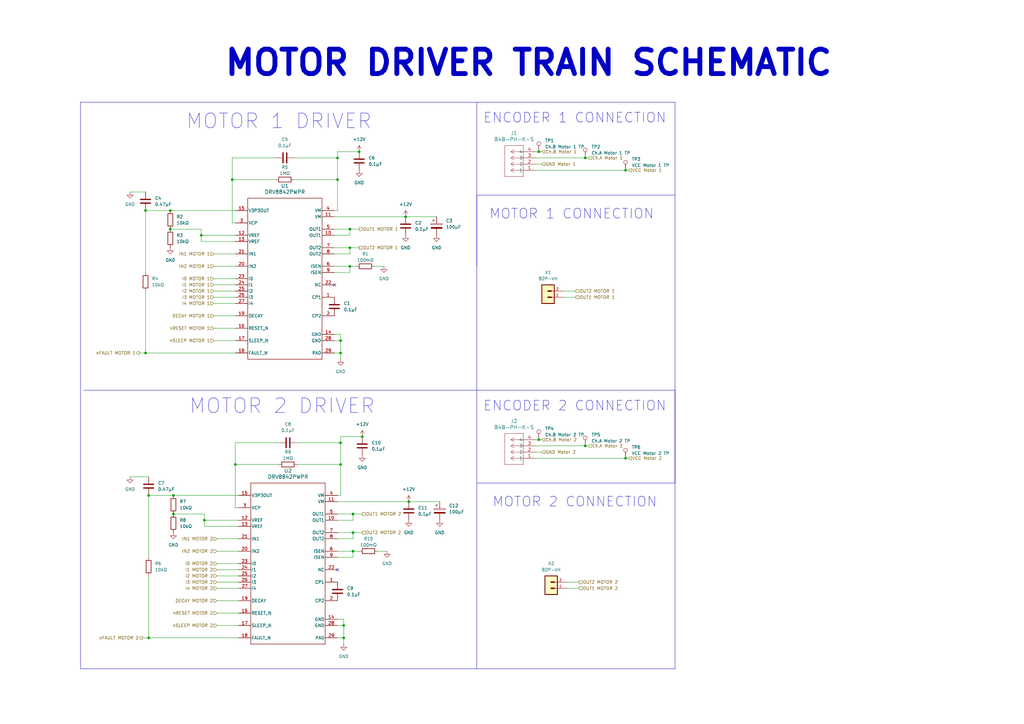
<source format=kicad_sch>
(kicad_sch (version 20230121) (generator eeschema)
  (paper "A3")
  (title_block (title "Motor Drive Train Schematic") (date "2024-01-30"))
  (lib_symbols
    (symbol "B2P-VH:B2P-VH" (pin_names (offset 1.016))
      (property "Reference" "X" (at -1.27 3.302 0))
      (property "Value" "B2P-VH" (at -1.27 -7.62 0))
      (symbol "B2P-VH_0_0"
        (rectangle (start -1.27 -5.08) (end 3.81 2.54) (stroke (width 0.4064)) (fill (type background)))
        (polyline (pts (xy 1.27 -2.54) (xy 2.54 -2.54)) (stroke (width 0.6096)))
        (polyline (pts (xy 1.27 0) (xy 2.54 0)) (stroke (width 0.6096)))
        (pin passive line (at 7.62 -2.54 180) (length 5.08) (name "~") (number "1"))
        (pin passive line (at 7.62 0 180) (length 5.08) (name "~") (number "2"))
      )
    )
    (symbol "B4B_PH_K_S:B4B-PH-K-S" (pin_names (offset 0.254))
      (property "Reference" "J" (at 8.89 6.35 0))
      (property "Value" "B4B-PH-K-S" (at 0 0 0))
      (symbol "B4B-PH-K-S_1_1"
        (polyline (pts (xy 5.08 -10.16) (xy 12.7 -10.16)) (stroke (width 0.127)))
        (polyline (pts (xy 5.08 2.54) (xy 5.08 -10.16)) (stroke (width 0.127)))
        (polyline (pts (xy 10.16 -7.62) (xy 5.08 -7.62)) (stroke (width 0.127)))
        (polyline (pts (xy 10.16 -7.62) (xy 8.89 -8.4667)) (stroke (width 0.127)))
        (polyline (pts (xy 10.16 -7.62) (xy 8.89 -6.7733)) (stroke (width 0.127)))
        (polyline (pts (xy 10.16 -5.08) (xy 5.08 -5.08)) (stroke (width 0.127)))
        (polyline (pts (xy 10.16 -5.08) (xy 8.89 -5.9267)) (stroke (width 0.127)))
        (polyline (pts (xy 10.16 -5.08) (xy 8.89 -4.2333)) (stroke (width 0.127)))
        (polyline (pts (xy 10.16 -2.54) (xy 5.08 -2.54)) (stroke (width 0.127)))
        (polyline (pts (xy 10.16 -2.54) (xy 8.89 -3.3867)) (stroke (width 0.127)))
        (polyline (pts (xy 10.16 -2.54) (xy 8.89 -1.6933)) (stroke (width 0.127)))
        (polyline (pts (xy 10.16 0) (xy 5.08 0)) (stroke (width 0.127)))
        (polyline (pts (xy 10.16 0) (xy 8.89 -0.8467)) (stroke (width 0.127)))
        (polyline (pts (xy 10.16 0) (xy 8.89 0.8467)) (stroke (width 0.127)))
        (polyline (pts (xy 12.7 -10.16) (xy 12.7 2.54)) (stroke (width 0.127)))
        (polyline (pts (xy 12.7 2.54) (xy 5.08 2.54)) (stroke (width 0.127)))
        (pin unspecified line (at 0 0 0) (length 5.08) (name "1") (number "1"))
        (pin unspecified line (at 0 -2.54 0) (length 5.08) (name "2") (number "2"))
        (pin unspecified line (at 0 -5.08 0) (length 5.08) (name "3") (number "3"))
        (pin unspecified line (at 0 -7.62 0) (length 5.08) (name "4") (number "4"))
      )
      (symbol "B4B-PH-K-S_1_2"
        (polyline (pts (xy 5.08 -10.16) (xy 12.7 -10.16)) (stroke (width 0.127)))
        (polyline (pts (xy 5.08 2.54) (xy 5.08 -10.16)) (stroke (width 0.127)))
        (polyline (pts (xy 7.62 -7.62) (xy 5.08 -7.62)) (stroke (width 0.127)))
        (polyline (pts (xy 7.62 -7.62) (xy 8.89 -8.4667)) (stroke (width 0.127)))
        (polyline (pts (xy 7.62 -7.62) (xy 8.89 -6.7733)) (stroke (width 0.127)))
        (polyline (pts (xy 7.62 -5.08) (xy 5.08 -5.08)) (stroke (width 0.127)))
        (polyline (pts (xy 7.62 -5.08) (xy 8.89 -5.9267)) (stroke (width 0.127)))
        (polyline (pts (xy 7.62 -5.08) (xy 8.89 -4.2333)) (stroke (width 0.127)))
        (polyline (pts (xy 7.62 -2.54) (xy 5.08 -2.54)) (stroke (width 0.127)))
        (polyline (pts (xy 7.62 -2.54) (xy 8.89 -3.3867)) (stroke (width 0.127)))
        (polyline (pts (xy 7.62 -2.54) (xy 8.89 -1.6933)) (stroke (width 0.127)))
        (polyline (pts (xy 7.62 0) (xy 5.08 0)) (stroke (width 0.127)))
        (polyline (pts (xy 7.62 0) (xy 8.89 -0.8467)) (stroke (width 0.127)))
        (polyline (pts (xy 7.62 0) (xy 8.89 0.8467)) (stroke (width 0.127)))
        (polyline (pts (xy 12.7 -10.16) (xy 12.7 2.54)) (stroke (width 0.127)))
        (polyline (pts (xy 12.7 2.54) (xy 5.08 2.54)) (stroke (width 0.127)))
        (pin unspecified line (at 0 0 0) (length 5.08) (name "1") (number "1"))
        (pin unspecified line (at 0 -2.54 0) (length 5.08) (name "2") (number "2"))
        (pin unspecified line (at 0 -5.08 0) (length 5.08) (name "3") (number "3"))
        (pin unspecified line (at 0 -7.62 0) (length 5.08) (name "4") (number "4"))
      )
    )
    (symbol "Connector:TestPoint" (pin_numbers hide) (pin_names (offset 0.762) hide)
      (property "Reference" "TP" (at 0 6.858 0))
      (property "Value" "TestPoint" (at 0 5.08 0))
      (symbol "TestPoint_0_1"
        (circle (center 0 3.302) (radius 0.762))
      )
      (symbol "TestPoint_1_1"
        (pin passive line (at 0 0 90) (length 2.54) (name "1") (number "1"))
      )
    )
    (symbol "DRV8842PWPR:DRV8842PWPR" (pin_names (offset 0.254))
      (property "Reference" "U" (at 15.24 35.56 0))
      (property "Value" "DRV8842PWPR" (at 15.24 33.02 0))
      (symbol "DRV8842PWPR_0_1"
        (polyline (pts (xy 0 0) (xy 30.48 0)) (stroke (width 0.2032)))
        (polyline (pts (xy 0 66.04) (xy 0 0)) (stroke (width 0.2032)))
        (polyline (pts (xy 30.48 0) (xy 30.48 66.04)) (stroke (width 0.2032)))
        (polyline (pts (xy 30.48 66.04) (xy 0 66.04)) (stroke (width 0.2032)))
        (pin unspecified line (at 35.56 25.4 180) (length 5.08) (name "CP1") (number "1"))
        (pin output line (at 35.56 50.8 180) (length 5.08) (name "OUT1") (number "10"))
        (pin power_in line (at 35.56 58.42 180) (length 5.08) (name "VM") (number "11"))
        (pin input line (at -5.08 50.8 0) (length 5.08) (name "VREF") (number "12"))
        (pin input line (at -5.08 48.26 0) (length 5.08) (name "VREF") (number "13"))
        (pin power_in line (at 35.56 10.16 180) (length 5.08) (name "GND") (number "14"))
        (pin power_in line (at -5.08 60.96 0) (length 5.08) (name "V3P3OUT") (number "15"))
        (pin input line (at -5.08 12.7 0) (length 5.08) (name "RESET_N") (number "16"))
        (pin input line (at -5.08 7.62 0) (length 5.08) (name "SLEEP_N") (number "17"))
        (pin open_collector line (at -5.08 2.54 0) (length 5.08) (name "FAULT_N") (number "18"))
        (pin input line (at -5.08 17.78 0) (length 5.08) (name "DECAY") (number "19"))
        (pin unspecified line (at 35.56 17.78 180) (length 5.08) (name "CP2") (number "2"))
        (pin input line (at -5.08 38.1 0) (length 5.08) (name "IN2") (number "20"))
        (pin input line (at -5.08 43.18 0) (length 5.08) (name "IN1") (number "21"))
        (pin unspecified line (at 35.56 30.48 180) (length 5.08) (name "NC") (number "22"))
        (pin input line (at -5.08 33.02 0) (length 5.08) (name "I0") (number "23"))
        (pin input line (at -5.08 30.48 0) (length 5.08) (name "I1") (number "24"))
        (pin input line (at -5.08 27.94 0) (length 5.08) (name "I2") (number "25"))
        (pin input line (at -5.08 25.4 0) (length 5.08) (name "I3") (number "26"))
        (pin input line (at -5.08 22.86 0) (length 5.08) (name "I4") (number "27"))
        (pin power_in line (at 35.56 7.62 180) (length 5.08) (name "GND") (number "28"))
        (pin power_in line (at 35.56 2.54 180) (length 5.08) (name "PAD") (number "29"))
        (pin power_in line (at -5.08 55.88 0) (length 5.08) (name "VCP") (number "3"))
        (pin power_in line (at 35.56 60.96 180) (length 5.08) (name "VM") (number "4"))
        (pin output line (at 35.56 53.34 180) (length 5.08) (name "OUT1") (number "5"))
        (pin bidirectional line (at 35.56 38.1 180) (length 5.08) (name "ISEN") (number "6"))
        (pin output line (at 35.56 45.72 180) (length 5.08) (name "OUT2") (number "7"))
        (pin output line (at 35.56 43.18 180) (length 5.08) (name "OUT2") (number "8"))
        (pin bidirectional line (at 35.56 35.56 180) (length 5.08) (name "ISEN") (number "9"))
      )
    )
    (symbol "Device:C" (pin_numbers hide) (pin_names (offset 0.254))
      (property "Reference" "C" (at 0.635 2.54 0))
      (property "Value" "C" (at 0.635 -2.54 0))
      (symbol "C_0_1"
        (polyline (pts (xy -2.032 -0.762) (xy 2.032 -0.762)) (stroke (width 0.508)))
        (polyline (pts (xy -2.032 0.762) (xy 2.032 0.762)) (stroke (width 0.508)))
      )
      (symbol "C_1_1"
        (pin passive line (at 0 3.81 270) (length 2.794) (name "~") (number "1"))
        (pin passive line (at 0 -3.81 90) (length 2.794) (name "~") (number "2"))
      )
    )
    (symbol "Device:C_Polarized" (pin_numbers hide) (pin_names (offset 0.254))
      (property "Reference" "C" (at 0.635 2.54 0))
      (property "Value" "C_Polarized" (at 0.635 -2.54 0))
      (symbol "C_Polarized_0_1"
        (rectangle (start -2.286 0.508) (end 2.286 1.016))
        (polyline (pts (xy -1.778 2.286) (xy -0.762 2.286)))
        (polyline (pts (xy -1.27 2.794) (xy -1.27 1.778)))
        (rectangle (start 2.286 -0.508) (end -2.286 -1.016) (fill (type outline)))
      )
      (symbol "C_Polarized_1_1"
        (pin passive line (at 0 3.81 270) (length 2.794) (name "~") (number "1"))
        (pin passive line (at 0 -3.81 90) (length 2.794) (name "~") (number "2"))
      )
    )
    (symbol "Device:R" (pin_numbers hide) (pin_names (offset 0))
      (property "Reference" "R" (at 2.032 0 90))
      (property "Value" "R" (at 0 0 90))
      (symbol "R_0_1"
        (rectangle (start -1.016 -2.54) (end 1.016 2.54) (stroke (width 0.254)))
      )
      (symbol "R_1_1"
        (pin passive line (at 0 3.81 270) (length 1.27) (name "~") (number "1"))
        (pin passive line (at 0 -3.81 90) (length 1.27) (name "~") (number "2"))
      )
    )
    (symbol "power:+12V" (power) (pin_names (offset 0))
      (property "Value" "+12V" (at 0 3.556 0))
      (symbol "+12V_0_1"
        (polyline (pts (xy -0.762 1.27) (xy 0 2.54)))
        (polyline (pts (xy 0 0) (xy 0 2.54)))
        (polyline (pts (xy 0 2.54) (xy 0.762 1.27)))
      )
      (symbol "+12V_1_1"
        (pin power_in line (at 0 0 90) (length 0) hide (name "+12V") (number "1"))
      )
    )
    (symbol "power:GND" (power) (pin_names (offset 0))
      (property "Value" "GND" (at 0 -3.81 0))
      (symbol "GND_0_1"
        (polyline (pts (xy 0 0) (xy 0 -1.27) (xy 1.27 -1.27) (xy 0 -2.54) (xy -1.27 -1.27) (xy 0 -1.27)))
      )
      (symbol "GND_1_1"
        (pin power_in line (at 0 0 270) (length 0) hide (name "GND") (number "1"))
      )
    )
  )
  (junction (at 138.43 73.66))
  (junction (at 139.7 144.78))
  (junction (at 220.98 62.23))
  (junction (at 139.7 181.61))
  (junction (at 138.43 64.77))
  (junction (at 143.51 93.98))
  (junction (at 139.7 190.5))
  (junction (at 140.97 261.62))
  (junction (at 144.78 218.44))
  (junction (at 83.82 213.36))
  (junction (at 59.69 86.36))
  (junction (at 69.85 93.98))
  (junction (at 95.25 73.66))
  (junction (at 256.54 69.85))
  (junction (at 143.51 109.22))
  (junction (at 69.85 86.36))
  (junction (at 256.54 187.96))
  (junction (at 147.32 62.23))
  (junction (at 96.52 190.5))
  (junction (at 144.78 226.06))
  (junction (at 139.7 139.7))
  (junction (at 60.96 261.62))
  (junction (at 144.78 210.82))
  (junction (at 82.55 96.52))
  (junction (at 167.64 205.74))
  (junction (at 60.96 203.2))
  (junction (at 220.98 180.34))
  (junction (at 71.12 203.2))
  (junction (at 148.59 179.07))
  (junction (at 59.69 144.78))
  (junction (at 143.51 101.6))
  (junction (at 166.37 88.9))
  (junction (at 140.97 256.54))
  (junction (at 240.03 182.88))
  (junction (at 71.12 210.82))
  (junction (at 240.03 64.77))
  (no_connect (at 137.16 116.84))
  (no_connect (at 138.43 233.68))
  (wire (pts (xy 256.54 69.85) (xy 257.81 69.85)))
  (wire (pts (xy 137.16 111.76) (xy 143.51 111.76)))
  (wire (pts (xy 144.78 218.44) (xy 148.59 218.44)))
  (wire (pts (xy 87.63 139.7) (xy 96.52 139.7)))
  (wire (pts (xy 60.96 236.22) (xy 60.96 261.62)))
  (wire (pts (xy 59.69 119.38) (xy 59.69 144.78)))
  (wire (pts (xy 96.52 190.5) (xy 114.3 190.5)))
  (wire (pts (xy 59.69 86.36) (xy 59.69 111.76)))
  (wire (pts (xy 88.9 241.3) (xy 97.79 241.3)))
  (wire (pts (xy 95.25 64.77) (xy 113.03 64.77)))
  (wire (pts (xy 153.67 109.22) (xy 157.48 109.22)))
  (wire (pts (xy 82.55 93.98) (xy 82.55 96.52)))
  (wire (pts (xy 222.25 62.23) (xy 220.98 62.23)))
  (wire (pts (xy 83.82 213.36) (xy 97.79 213.36)))
  (wire (pts (xy 82.55 96.52) (xy 96.52 96.52)))
  (wire (pts (xy 143.51 109.22) (xy 146.05 109.22)))
  (wire (pts (xy 219.71 185.42) (xy 222.25 185.42)))
  (wire (pts (xy 231.14 119.38) (xy 236.22 119.38)))
  (wire (pts (xy 137.16 96.52) (xy 143.51 96.52)))
  (wire (pts (xy 143.51 109.22) (xy 143.51 111.76)))
  (polyline (pts (xy 195.58 80.01) (xy 195.58 109.22)))
  (wire (pts (xy 138.43 64.77) (xy 138.43 73.66)))
  (wire (pts (xy 138.43 210.82) (xy 144.78 210.82)))
  (wire (pts (xy 138.43 261.62) (xy 140.97 261.62)))
  (wire (pts (xy 139.7 139.7) (xy 139.7 144.78)))
  (polyline (pts (xy 195.58 41.91) (xy 276.86 41.91)))
  (polyline (pts (xy 33.02 271.78) (xy 33.02 274.32)))
  (wire (pts (xy 137.16 88.9) (xy 166.37 88.9)))
  (wire (pts (xy 71.12 203.2) (xy 97.79 203.2)))
  (wire (pts (xy 143.51 93.98) (xy 143.51 96.52)))
  (wire (pts (xy 138.43 62.23) (xy 147.32 62.23)))
  (wire (pts (xy 60.96 203.2) (xy 60.96 228.6)))
  (wire (pts (xy 139.7 137.16) (xy 139.7 139.7)))
  (wire (pts (xy 138.43 218.44) (xy 144.78 218.44)))
  (wire (pts (xy 60.96 261.62) (xy 97.79 261.62)))
  (wire (pts (xy 138.43 205.74) (xy 167.64 205.74)))
  (wire (pts (xy 232.41 238.76) (xy 237.49 238.76)))
  (wire (pts (xy 139.7 179.07) (xy 139.7 181.61)))
  (wire (pts (xy 140.97 261.62) (xy 140.97 264.16)))
  (wire (pts (xy 88.9 238.76) (xy 97.79 238.76)))
  (wire (pts (xy 82.55 96.52) (xy 82.55 99.06)))
  (wire (pts (xy 143.51 101.6) (xy 147.32 101.6)))
  (wire (pts (xy 83.82 215.9) (xy 97.79 215.9)))
  (wire (pts (xy 143.51 93.98) (xy 147.32 93.98)))
  (wire (pts (xy 87.63 116.84) (xy 96.52 116.84)))
  (wire (pts (xy 82.55 99.06) (xy 96.52 99.06)))
  (wire (pts (xy 139.7 179.07) (xy 148.59 179.07)))
  (wire (pts (xy 58.42 261.62) (xy 60.96 261.62)))
  (wire (pts (xy 240.03 64.77) (xy 241.3 64.77)))
  (wire (pts (xy 59.69 86.36) (xy 69.85 86.36)))
  (wire (pts (xy 167.64 205.74) (xy 180.34 205.74)))
  (wire (pts (xy 139.7 144.78) (xy 139.7 147.32)))
  (wire (pts (xy 138.43 62.23) (xy 138.43 64.77)))
  (wire (pts (xy 219.71 64.77) (xy 240.03 64.77)))
  (wire (pts (xy 220.98 62.23) (xy 219.71 62.23)))
  (wire (pts (xy 138.43 256.54) (xy 140.97 256.54)))
  (wire (pts (xy 96.52 208.28) (xy 97.79 208.28)))
  (wire (pts (xy 137.16 104.14) (xy 143.51 104.14)))
  (polyline (pts (xy 195.58 41.91) (xy 195.58 160.02)))
  (polyline (pts (xy 33.02 41.91) (xy 33.02 271.78)))
  (wire (pts (xy 143.51 101.6) (xy 143.51 104.14)))
  (wire (pts (xy 166.37 88.9) (xy 179.07 88.9)))
  (wire (pts (xy 121.92 190.5) (xy 139.7 190.5)))
  (wire (pts (xy 87.63 104.14) (xy 96.52 104.14)))
  (wire (pts (xy 87.63 134.62) (xy 96.52 134.62)))
  (wire (pts (xy 88.9 220.98) (xy 97.79 220.98)))
  (wire (pts (xy 121.92 181.61) (xy 139.7 181.61)))
  (wire (pts (xy 95.25 91.44) (xy 96.52 91.44)))
  (wire (pts (xy 219.71 182.88) (xy 240.03 182.88)))
  (wire (pts (xy 88.9 251.46) (xy 97.79 251.46)))
  (wire (pts (xy 144.78 226.06) (xy 144.78 228.6)))
  (wire (pts (xy 95.25 64.77) (xy 95.25 73.66)))
  (wire (pts (xy 69.85 93.98) (xy 82.55 93.98)))
  (wire (pts (xy 222.25 180.34) (xy 220.98 180.34)))
  (wire (pts (xy 88.9 233.68) (xy 97.79 233.68)))
  (wire (pts (xy 60.96 203.2) (xy 71.12 203.2)))
  (wire (pts (xy 138.43 226.06) (xy 144.78 226.06)))
  (wire (pts (xy 95.25 73.66) (xy 113.03 73.66)))
  (wire (pts (xy 137.16 101.6) (xy 143.51 101.6)))
  (wire (pts (xy 87.63 124.46) (xy 96.52 124.46)))
  (wire (pts (xy 96.52 190.5) (xy 96.52 208.28)))
  (wire (pts (xy 137.16 93.98) (xy 143.51 93.98)))
  (wire (pts (xy 232.41 241.3) (xy 237.49 241.3)))
  (wire (pts (xy 88.9 236.22) (xy 97.79 236.22)))
  (wire (pts (xy 53.34 195.58) (xy 60.96 195.58)))
  (wire (pts (xy 219.71 187.96) (xy 256.54 187.96)))
  (wire (pts (xy 87.63 119.38) (xy 96.52 119.38)))
  (wire (pts (xy 140.97 256.54) (xy 140.97 261.62)))
  (wire (pts (xy 138.43 220.98) (xy 144.78 220.98)))
  (polyline (pts (xy 195.58 160.02) (xy 276.86 160.02)))
  (wire (pts (xy 231.14 121.92) (xy 236.22 121.92)))
  (wire (pts (xy 87.63 114.3) (xy 96.52 114.3)))
  (wire (pts (xy 137.16 137.16) (xy 139.7 137.16)))
  (wire (pts (xy 139.7 181.61) (xy 139.7 190.5)))
  (wire (pts (xy 53.34 78.74) (xy 59.69 78.74)))
  (wire (pts (xy 120.65 73.66) (xy 138.43 73.66)))
  (polyline (pts (xy 195.58 198.12) (xy 276.86 198.12)))
  (wire (pts (xy 138.43 228.6) (xy 144.78 228.6)))
  (wire (pts (xy 69.85 86.36) (xy 96.52 86.36)))
  (wire (pts (xy 71.12 210.82) (xy 83.82 210.82)))
  (wire (pts (xy 139.7 203.2) (xy 138.43 203.2)))
  (wire (pts (xy 144.78 218.44) (xy 144.78 220.98)))
  (polyline (pts (xy 276.86 41.91) (xy 276.86 80.01)))
  (wire (pts (xy 144.78 226.06) (xy 147.32 226.06)))
  (wire (pts (xy 138.43 86.36) (xy 137.16 86.36)))
  (wire (pts (xy 96.52 181.61) (xy 96.52 190.5)))
  (wire (pts (xy 138.43 73.66) (xy 138.43 86.36)))
  (wire (pts (xy 137.16 139.7) (xy 139.7 139.7)))
  (wire (pts (xy 219.71 69.85) (xy 256.54 69.85)))
  (wire (pts (xy 139.7 190.5) (xy 139.7 203.2)))
  (polyline (pts (xy 195.58 80.01) (xy 276.86 80.01)))
  (wire (pts (xy 95.25 73.66) (xy 95.25 91.44)))
  (wire (pts (xy 137.16 144.78) (xy 139.7 144.78)))
  (polyline (pts (xy 276.86 160.02) (xy 276.86 198.12)))
  (polyline (pts (xy 34.29 160.02) (xy 195.58 160.02)))
  (wire (pts (xy 87.63 121.92) (xy 96.52 121.92)))
  (wire (pts (xy 83.82 210.82) (xy 83.82 213.36)))
  (wire (pts (xy 96.52 181.61) (xy 114.3 181.61)))
  (wire (pts (xy 137.16 109.22) (xy 143.51 109.22)))
  (wire (pts (xy 144.78 210.82) (xy 144.78 213.36)))
  (wire (pts (xy 219.71 67.31) (xy 222.25 67.31)))
  (wire (pts (xy 138.43 254) (xy 140.97 254)))
  (polyline (pts (xy 33.02 274.32) (xy 276.86 274.32)))
  (wire (pts (xy 154.94 226.06) (xy 158.75 226.06)))
  (wire (pts (xy 144.78 210.82) (xy 148.59 210.82)))
  (wire (pts (xy 59.69 144.78) (xy 96.52 144.78)))
  (wire (pts (xy 87.63 109.22) (xy 96.52 109.22)))
  (wire (pts (xy 87.63 129.54) (xy 96.52 129.54)))
  (wire (pts (xy 140.97 254) (xy 140.97 256.54)))
  (wire (pts (xy 120.65 64.77) (xy 138.43 64.77)))
  (wire (pts (xy 256.54 187.96) (xy 257.81 187.96)))
  (wire (pts (xy 138.43 213.36) (xy 144.78 213.36)))
  (polyline (pts (xy 33.02 41.91) (xy 195.58 41.91)))
  (wire (pts (xy 88.9 256.54) (xy 97.79 256.54)))
  (wire (pts (xy 83.82 213.36) (xy 83.82 215.9)))
  (polyline (pts (xy 276.86 80.01) (xy 276.86 158.75)))
  (wire (pts (xy 88.9 246.38) (xy 97.79 246.38)))
  (wire (pts (xy 220.98 180.34) (xy 219.71 180.34)))
  (polyline (pts (xy 276.86 158.75) (xy 276.86 274.32)))
  (wire (pts (xy 88.9 226.06) (xy 97.79 226.06)))
  (wire (pts (xy 240.03 182.88) (xy 241.3 182.88)))
  (polyline (pts (xy 195.58 160.02) (xy 195.58 274.32)))
  (wire (pts (xy 57.15 144.78) (xy 59.69 144.78)))
  (wire (pts (xy 88.9 231.14) (xy 97.79 231.14)))
  (text "MOTOR 1 DRIVER " (at 76.2 53.34 0) (effects (font (size 6 6)) (justify left bottom)))
  (text "MOTOR 1 CONNECTION" (at 200.66 90.17 0) (effects (font (size 4 4)) (justify left bottom)))
  (text "MOTOR 2 CONNECTION" (at 201.93 208.28 0) (effects (font (size 4 4)) (justify left bottom)))
  (text "ENCODER 2 CONNECTION" (at 198.12 168.91 0) (effects (font (size 4 4)) (justify left bottom)))
  (text "ENCODER 1 CONNECTION" (at 198.12 50.8 0) (effects (font (size 4 4)) (justify left bottom)))
  (text "MOTOR 2 DRIVER " (at 77.47 170.18 0) (effects (font (size 6 6)) (justify left bottom)))
  (text "MOTOR DRIVER TRAIN SCHEMATIC" (at 91.44 31.75 0) (effects (font (size 10 10) (thickness 2) bold) (justify left bottom)))
  (hierarchical_label "DECAY MOTOR 1" (shape input) (at 87.63 129.54 180))
  (hierarchical_label "DECAY MOTOR 2" (shape input) (at 88.9 246.38 180))
  (hierarchical_label "OUT2 MOTOR 2" (shape passive) (at 237.49 238.76 0))
  (hierarchical_label "OUT1 MOTOR 2" (shape passive) (at 237.49 241.3 0))
  (hierarchical_label "nFAULT MOTOR 1" (shape output) (at 57.15 144.78 180))
  (hierarchical_label "Ch.B Motor 1" (shape input) (at 222.25 62.23 0))
  (hierarchical_label "Ch.A Motor 2" (shape input) (at 241.3 182.88 0))
  (hierarchical_label "I2 MOTOR 1" (shape input) (at 87.63 119.38 180))
  (hierarchical_label "nFAULT MOTOR 2" (shape output) (at 58.42 261.62 180))
  (hierarchical_label "I0 MOTOR 2" (shape input) (at 88.9 231.14 180))
  (hierarchical_label "nSLEEP MOTOR 2" (shape input) (at 88.9 256.54 180))
  (hierarchical_label "OUT2 MOTOR 1" (shape passive) (at 147.32 101.6 0))
  (hierarchical_label "Ch.B Motor 2" (shape input) (at 222.25 180.34 0))
  (hierarchical_label "OUT1 MOTOR 1" (shape passive) (at 236.22 121.92 0))
  (hierarchical_label "I2 MOTOR 2" (shape input) (at 88.9 236.22 180))
  (hierarchical_label "IN2 MOTOR 2" (shape input) (at 88.9 226.06 180))
  (hierarchical_label "OUT2 MOTOR 2" (shape passive) (at 148.59 218.44 0))
  (hierarchical_label "OUT2 MOTOR 1" (shape passive) (at 236.22 119.38 0))
  (hierarchical_label "OUT1 MOTOR 2" (shape passive) (at 148.59 210.82 0))
  (hierarchical_label "I1 MOTOR 1" (shape input) (at 87.63 116.84 180))
  (hierarchical_label "OUT1 MOTOR 1" (shape passive) (at 147.32 93.98 0))
  (hierarchical_label "nRESET MOTOR 2" (shape input) (at 88.9 251.46 180))
  (hierarchical_label "VCC Motor 1" (shape input) (at 257.81 69.85 0))
  (hierarchical_label "IN1 MOTOR 2" (shape input) (at 88.9 220.98 180))
  (hierarchical_label "I4 MOTOR 1" (shape input) (at 87.63 124.46 180))
  (hierarchical_label "IN2 MOTOR 1" (shape input) (at 87.63 109.22 180))
  (hierarchical_label "I0 MOTOR 1" (shape input) (at 87.63 114.3 180))
  (hierarchical_label "I3 MOTOR 2" (shape input) (at 88.9 238.76 180))
  (hierarchical_label "nRESET MOTOR 1" (shape input) (at 87.63 134.62 180))
  (hierarchical_label "I4 MOTOR 2" (shape input) (at 88.9 241.3 180))
  (hierarchical_label "GND Motor 2" (shape input) (at 222.25 185.42 0))
  (hierarchical_label "IN1 MOTOR 1" (shape input) (at 87.63 104.14 180))
  (hierarchical_label "nSLEEP MOTOR 1" (shape input) (at 87.63 139.7 180))
  (hierarchical_label "Ch.A Motor 1" (shape input) (at 241.3 64.77 0))
  (hierarchical_label "I1 MOTOR 2" (shape input) (at 88.9 233.68 180))
  (hierarchical_label "GND Motor 1" (shape input) (at 222.25 67.31 0))
  (hierarchical_label "VCC Motor 2" (shape input) (at 257.81 187.96 0))
  (hierarchical_label "I3 MOTOR 1" (shape input) (at 87.63 121.92 180))
  (symbol (lib_id "power:+12V") (at 166.37 88.9 0) (unit 1)
    (property "Reference" "#PWR04" (effects hide))
    (property "Value" "+12V" (at 166.37 83.82 0))
  )
  (symbol (lib_id "power:GND") (at 167.64 213.36 0) (unit 1)
    (property "Reference" "#PWR017" (effects hide))
    (property "Value" "GND" (at 167.64 218.44 0))
  )
  (symbol (lib_id "B2P-VH:B2P-VH") (at 224.79 238.76 0) (unit 1)
    (property "Reference" "X2" (at 226.06 231.14 0))
    (property "Value" "B2P-VH" (at 226.06 233.68 0))
    (property "MF" "JST Sales America Inc." (effects hide))
    (property "Description" "\n2 Position Adapter Connector Receptacle, Female Sockets To Receptacle, Female Sockets 0.156 (3.96mm)\n" (effects hide))
    (property "Package" "None" (effects hide))
    (property "Price" "None" (effects hide))
    (property "SnapEDA_Link" "https://www.snapeda.com/parts/B2P-VH/JST+Sales+America+Inc./view-part/?ref=snap" (effects hide))
    (property "MP" "B2P-VH" (effects hide))
    (property "Availability" "In Stock" (effects hide))
    (property "Check_prices" "https://www.snapeda.com/parts/B2P-VH/JST+Sales+America+Inc./view-part/?ref=eda" (effects hide))
  )
  (symbol (lib_id "Connector:TestPoint") (at 220.98 62.23 0) (unit 1)
    (property "Reference" "TP1" (at 223.52 57.658 0) (effects (justify left)))
    (property "Value" "Ch.B Motor 1 TP" (at 223.52 60.198 0) (effects (justify left)))
  )
  (symbol (lib_id "Device:C") (at 167.64 209.55 0) (unit 1)
    (property "Reference" "C11" (at 171.45 208.28 0) (effects (justify left)))
    (property "Value" "0.1µF" (at 171.45 210.82 0) (effects (justify left)))
  )
  (symbol (lib_id "power:+12V") (at 167.64 205.74 0) (unit 1)
    (property "Reference" "#PWR016" (effects hide))
    (property "Value" "+12V" (at 167.64 200.66 0))
  )
  (symbol (lib_id "power:+12V") (at 148.59 179.07 0) (unit 1)
    (property "Reference" "#PWR013" (effects hide))
    (property "Value" "+12V" (at 148.59 173.99 0))
  )
  (symbol (lib_id "Connector:TestPoint") (at 240.03 182.88 0) (unit 1)
    (property "Reference" "TP5" (at 242.57 178.308 0) (effects (justify left)))
    (property "Value" "Ch.A Motor 2 TP" (at 242.57 180.848 0) (effects (justify left)))
  )
  (symbol (lib_id "power:GND") (at 53.34 78.74 0) (unit 1)
    (property "Reference" "#PWR07" (effects hide))
    (property "Value" "GND" (at 53.34 83.82 0))
  )
  (symbol (lib_id "Device:C") (at 147.32 66.04 0) (unit 1)
    (property "Reference" "C6" (at 151.13 64.77 0) (effects (justify left)))
    (property "Value" "0.1µF" (at 151.13 67.31 0) (effects (justify left)))
  )
  (symbol (lib_id "power:GND") (at 53.34 195.58 0) (mirror y) (unit 1)
    (property "Reference" "#PWR010" (effects hide))
    (property "Value" "GND" (at 53.34 200.66 0))
  )
  (symbol (lib_id "power:GND") (at 158.75 226.06 0) (unit 1)
    (property "Reference" "#PWR015" (effects hide))
    (property "Value" "GND" (at 158.75 231.14 0))
  )
  (symbol (lib_id "Device:C") (at 118.11 181.61 270) (unit 1)
    (property "Reference" "C8" (at 118.11 173.99 90))
    (property "Value" "0.1µF" (at 118.11 176.53 90))
  )
  (symbol (lib_id "Device:C") (at 137.16 125.73 0) (unit 1)
    (property "Reference" "C1" (at 140.97 124.46 0) (effects (justify left)))
    (property "Value" "0.1µF" (at 140.97 127 0) (effects (justify left)))
  )
  (symbol (lib_id "B4B_PH_K_S:B4B-PH-K-S") (at 219.71 69.85 180) (unit 1)
    (property "Reference" "J1" (at 210.82 54.61 0) (effects (font (size 1.524 1.524))))
    (property "Value" "B4B-PH-K-S" (at 210.82 57.15 0) (effects (font (size 1.524 1.524))))
    (property "Footprint" "CONN4_B4B-PH_JST" (effects hide))
    (property "Datasheet" "B4B-PH-K-S" (effects hide))
  )
  (symbol (lib_id "Device:C") (at 148.59 182.88 0) (unit 1)
    (property "Reference" "C10" (at 152.4 181.61 0) (effects (justify left)))
    (property "Value" "0.1µF" (at 152.4 184.15 0) (effects (justify left)))
  )
  (symbol (lib_id "Device:R") (at 69.85 90.17 0) (unit 1)
    (property "Reference" "R2" (at 72.39 88.9 0) (effects (justify left)))
    (property "Value" "10kΩ" (at 72.39 91.44 0) (effects (justify left)))
  )
  (symbol (lib_id "Device:R") (at 71.12 214.63 0) (unit 1)
    (property "Reference" "R8" (at 73.66 213.36 0) (effects (justify left)))
    (property "Value" "10kΩ" (at 73.66 215.9 0) (effects (justify left)))
  )
  (symbol (lib_id "Connector:TestPoint") (at 256.54 69.85 0) (unit 1)
    (property "Reference" "TP3" (at 259.08 65.278 0) (effects (justify left)))
    (property "Value" "VCC Motor 1 TP" (at 259.08 67.818 0) (effects (justify left)))
  )
  (symbol (lib_id "power:GND") (at 139.7 147.32 0) (unit 1)
    (property "Reference" "#PWR01" (effects hide))
    (property "Value" "GND" (at 139.7 152.4 0))
  )
  (symbol (lib_id "Device:R") (at 59.69 115.57 0) (unit 1)
    (property "Reference" "R4" (at 62.23 114.3 0) (effects (justify left)))
    (property "Value" "10kΩ" (at 62.23 116.84 0) (effects (justify left)))
  )
  (symbol (lib_id "B2P-VH:B2P-VH") (at 223.52 119.38 0) (unit 1)
    (property "Reference" "X1" (at 224.79 111.76 0))
    (property "Value" "B2P-VH" (at 224.79 114.3 0))
    (property "MF" "JST Sales America Inc." (effects hide))
    (property "Description" "\n2 Position Adapter Connector Receptacle, Female Sockets To Receptacle, Female Sockets 0.156 (3.96mm)\n" (effects hide))
    (property "Package" "None" (effects hide))
    (property "Price" "None" (effects hide))
    (property "SnapEDA_Link" "https://www.snapeda.com/parts/B2P-VH/JST+Sales+America+Inc./view-part/?ref=snap" (effects hide))
    (property "MP" "B2P-VH" (effects hide))
    (property "Availability" "In Stock" (effects hide))
    (property "Check_prices" "https://www.snapeda.com/parts/B2P-VH/JST+Sales+America+Inc./view-part/?ref=eda" (effects hide))
  )
  (symbol (lib_id "Device:R") (at 60.96 232.41 0) (unit 1)
    (property "Reference" "R6" (at 63.5 231.14 0) (effects (justify left)))
    (property "Value" "10kΩ" (at 63.5 233.68 0) (effects (justify left)))
  )
  (symbol (lib_id "Device:C") (at 59.69 82.55 0) (unit 1)
    (property "Reference" "C4" (at 63.5 81.28 0) (effects (justify left)))
    (property "Value" "0.47µF" (at 63.5 83.82 0) (effects (justify left)))
  )
  (symbol (lib_id "power:GND") (at 69.85 101.6 0) (unit 1)
    (property "Reference" "#PWR06" (effects hide))
    (property "Value" "GND" (at 69.85 106.68 0))
  )
  (symbol (lib_id "power:GND") (at 71.12 218.44 0) (unit 1)
    (property "Reference" "#PWR011" (effects hide))
    (property "Value" "GND" (at 71.12 223.52 0))
  )
  (symbol (lib_id "Device:R") (at 116.84 73.66 270) (unit 1)
    (property "Reference" "R5" (at 116.84 68.58 90))
    (property "Value" "1MΩ" (at 116.84 71.12 90))
  )
  (symbol (lib_id "DRV8842PWPR:DRV8842PWPR") (at 102.87 264.16 0) (unit 1)
    (property "Reference" "U2" (at 118.11 193.04 0) (effects (font (size 1.524 1.524))))
    (property "Value" "DRV8842PWPR" (at 118.11 195.58 0) (effects (font (size 1.524 1.524))))
    (property "Footprint" "PWP0028C_N" (effects hide))
    (property "Datasheet" "DRV8842PWPR" (effects hide))
  )
  (symbol (lib_id "power:GND") (at 148.59 186.69 0) (unit 1)
    (property "Reference" "#PWR014" (effects hide))
    (property "Value" "GND" (at 148.59 191.77 0))
  )
  (symbol (lib_id "Device:R") (at 151.13 226.06 270) (unit 1)
    (property "Reference" "R10" (at 151.13 220.98 90))
    (property "Value" "100mΩ" (at 151.13 223.52 90))
  )
  (symbol (lib_id "Connector:TestPoint") (at 240.03 64.77 0) (unit 1)
    (property "Reference" "TP2" (at 242.57 60.198 0) (effects (justify left)))
    (property "Value" "Ch.A Motor 1 TP" (at 242.57 62.738 0) (effects (justify left)))
  )
  (symbol (lib_id "Device:C_Polarized") (at 179.07 92.71 0) (unit 1)
    (property "Reference" "C3" (at 182.88 90.551 0) (effects (justify left)))
    (property "Value" "100µF" (at 182.88 93.091 0) (effects (justify left)))
  )
  (symbol (lib_id "Connector:TestPoint") (at 220.98 180.34 0) (unit 1)
    (property "Reference" "TP4" (at 223.52 175.768 0) (effects (justify left)))
    (property "Value" "Ch.B Motor 2 TP" (at 223.52 178.308 0) (effects (justify left)))
  )
  (symbol (lib_id "Device:C") (at 60.96 199.39 0) (unit 1)
    (property "Reference" "C7" (at 64.77 198.12 0) (effects (justify left)))
    (property "Value" "0.47µF" (at 64.77 200.66 0) (effects (justify left)))
  )
  (symbol (lib_id "power:GND") (at 157.48 109.22 0) (unit 1)
    (property "Reference" "#PWR02" (effects hide))
    (property "Value" "GND" (at 157.48 114.3 0))
  )
  (symbol (lib_id "Device:R") (at 118.11 190.5 270) (unit 1)
    (property "Reference" "R9" (at 118.11 185.42 90))
    (property "Value" "1MΩ" (at 118.11 187.96 90))
  )
  (symbol (lib_id "B4B_PH_K_S:B4B-PH-K-S") (at 219.71 187.96 180) (unit 1)
    (property "Reference" "J2" (at 210.82 172.72 0) (effects (font (size 1.524 1.524))))
    (property "Value" "B4B-PH-K-S" (at 210.82 175.26 0) (effects (font (size 1.524 1.524))))
    (property "Footprint" "CONN4_B4B-PH_JST" (effects hide))
    (property "Datasheet" "B4B-PH-K-S" (effects hide))
  )
  (symbol (lib_id "Device:R") (at 149.86 109.22 270) (unit 1)
    (property "Reference" "R1" (at 149.86 104.14 90))
    (property "Value" "100mΩ" (at 149.86 106.68 90))
  )
  (symbol (lib_id "power:GND") (at 180.34 213.36 0) (unit 1)
    (property "Reference" "#PWR018" (effects hide))
    (property "Value" "GND" (at 180.34 218.44 0))
  )
  (symbol (lib_id "Device:C_Polarized") (at 180.34 209.55 0) (unit 1)
    (property "Reference" "C12" (at 184.15 207.391 0) (effects (justify left)))
    (property "Value" "100µF" (at 184.15 209.931 0) (effects (justify left)))
  )
  (symbol (lib_id "power:GND") (at 140.97 264.16 0) (unit 1)
    (property "Reference" "#PWR012" (effects hide))
    (property "Value" "GND" (at 140.97 269.24 0))
  )
  (symbol (lib_id "Device:R") (at 71.12 207.01 0) (unit 1)
    (property "Reference" "R7" (at 73.66 205.74 0) (effects (justify left)))
    (property "Value" "10kΩ" (at 73.66 208.28 0) (effects (justify left)))
  )
  (symbol (lib_id "DRV8842PWPR:DRV8842PWPR") (at 101.6 147.32 0) (unit 1)
    (property "Reference" "U1" (at 116.84 76.2 0) (effects (font (size 1.524 1.524))))
    (property "Value" "DRV8842PWPR" (at 116.84 78.74 0) (effects (font (size 1.524 1.524))))
    (property "Footprint" "PWP0028C_N" (effects hide))
    (property "Datasheet" "DRV8842PWPR" (effects hide))
  )
  (symbol (lib_id "power:GND") (at 166.37 96.52 0) (unit 1)
    (property "Reference" "#PWR03" (effects hide))
    (property "Value" "GND" (at 166.37 101.6 0))
  )
  (symbol (lib_id "power:GND") (at 179.07 96.52 0) (unit 1)
    (property "Reference" "#PWR05" (effects hide))
    (property "Value" "GND" (at 179.07 101.6 0))
  )
  (symbol (lib_id "Device:C") (at 116.84 64.77 270) (unit 1)
    (property "Reference" "C5" (at 116.84 57.15 90))
    (property "Value" "0.1µF" (at 116.84 59.69 90))
  )
  (symbol (lib_id "Device:C") (at 166.37 92.71 0) (unit 1)
    (property "Reference" "C2" (at 170.18 91.44 0) (effects (justify left)))
    (property "Value" "0.1µF" (at 170.18 93.98 0) (effects (justify left)))
  )
  (symbol (lib_id "Device:R") (at 69.85 97.79 0) (unit 1)
    (property "Reference" "R3" (at 72.39 96.52 0) (effects (justify left)))
    (property "Value" "10kΩ" (at 72.39 99.06 0) (effects (justify left)))
  )
  (symbol (lib_id "Connector:TestPoint") (at 256.54 187.96 0) (unit 1)
    (property "Reference" "TP6" (at 259.08 183.388 0) (effects (justify left)))
    (property "Value" "VCC Motor 2 TP" (at 259.08 185.928 0) (effects (justify left)))
  )
  (symbol (lib_id "Device:C") (at 138.43 242.57 0) (unit 1)
    (property "Reference" "C9" (at 142.24 241.3 0) (effects (justify left)))
    (property "Value" "0.1µF" (at 142.24 243.84 0) (effects (justify left)))
  )
  (symbol (lib_id "power:GND") (at 147.32 69.85 0) (unit 1)
    (property "Reference" "#PWR09" (effects hide))
    (property "Value" "GND" (at 147.32 74.93 0))
  )
  (symbol (lib_id "power:+12V") (at 147.32 62.23 0) (unit 1)
    (property "Reference" "#PWR08" (effects hide))
    (property "Value" "+12V" (at 147.32 57.15 0))
  )
)
</source>
